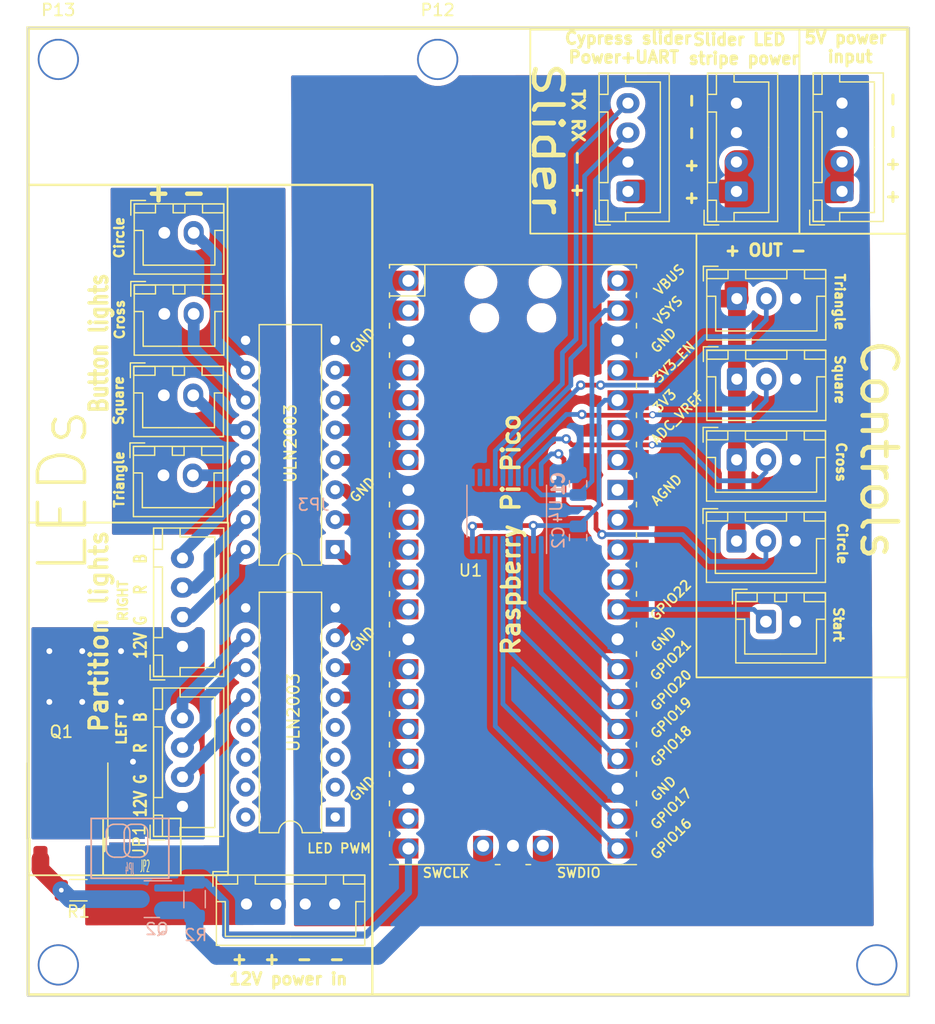
<source format=kicad_pcb>
(kicad_pcb (version 20221018) (generator pcbnew)
  (layers (0 "F.Cu" signal) (31 "B.Cu" signal) (34 "B.Paste" user) (35 "F.Paste" user) (36 "B.SilkS" user "B.Silkscreen") (37 "F.SilkS" user "F.Silkscreen") (38 "B.Mask" user) (39 "F.Mask" user) (44 "Edge.Cuts" user))
  (net 0 "")
  (net 1 "/Start_3v3")
  (net 6 "/Triangle_3v3")
  (net 7 "/Square_3v3")
  (net 8 "/Cross_3v3")
  (net 9 "/Circle_3v3")
  (net 12 "Net-(U1-GPIO2)")
  (net 13 "Net-(U1-GPIO3)")
  (net 14 "Net-(U1-GPIO4)")
  (net 15 "Net-(U1-GPIO5)")
  (net 16 "Net-(U1-GPIO6)")
  (net 17 "Net-(U1-GPIO7)")
  (net 18 "Net-(U1-GPIO8)")
  (net 19 "Net-(U1-GPIO9)")
  (net 20 "Net-(U1-GPIO10)")
  (net 21 "Net-(U1-GPIO11)")
  (net 24 "/ledstrip_pwm")
  (net 46 "/pico_RX")
  (net 47 "/pico_TX")
  (net 49 "GND")
  (net 50 "Net-(J9-Pin_4)")
  (net 51 "Net-(J9-Pin_3)")
  (net 52 "Net-(J9-Pin_2)")
  (net 53 "Net-(J13-Pin_2)")
  (net 54 "Net-(J12-Pin_2)")
  (net 55 "Net-(J11-Pin_2)")
  (net 56 "Net-(J10-Pin_2)")
  (net 57 "Net-(J1-Pin_4)")
  (net 58 "Net-(J1-Pin_3)")
  (net 59 "Net-(J1-Pin_2)")
  (net 60 "/3V3")
  (net 61 "/5V")
  (net 62 "Net-(J4-Pin_2)")
  (net 63 "Net-(J5-Pin_3)")
  (net 64 "Net-(J5-Pin_4)")
  (net 65 "Net-(J6-Pin_2)")
  (net 66 "Net-(J7-Pin_2)")
  (net 67 "Net-(J8-Pin_2)")
  (net 68 "/12V")
  (net 69 "Net-(Q1-G)")
  (net 70 "/pico_led_pwm")
  (footprint "MountingHole:MountingHole_3.2mm_M3_Pad" (layer "F.Cu") (at 207.01 43.434)
    (fp_text reference "P13")
    (fp_text value "CONN_01X01")
  )
  (footprint "MountingHole:MountingHole_3.2mm_M3_Pad" (layer "F.Cu") (at 239.268 43.434)
    (fp_text reference "P12")
    (fp_text value "CONN_01X01")
  )
  (footprint "MountingHole:MountingHole_3.2mm_M3_Pad" (layer "F.Cu") (at 276.606 120.396)
    (fp_text reference "P11" hide)
    (fp_text value "CONN_01X01")
  )
  (footprint "Connector_JST:JST_XH_B4B-XH-A_1x04_P2.50mm_Vertical" (layer "F.Cu") (at 223.01 115.22)
    (fp_text reference "J3" hide)
    (fp_text value "12V_In" hide)
  )
  (footprint "Connector_JST:JST_XH_B2B-XH-A_1x02_P2.50mm_Vertical" (layer "F.Cu") (at 216.024 65.063)
    (fp_text reference "J11" hide)
    (fp_text value "Cross_LED" hide)
  )
  (footprint "Resistor_SMD:R_1206_3216Metric" (layer "F.Cu") (at 208.7265 114.046 180)
    (fp_text reference "R1")
    (fp_text value "10k")
  )
  (footprint "Connector_JST:JST_XH_B2B-XH-A_1x02_P2.50mm_Vertical" (layer "F.Cu") (at 215.954 78.783)
    (fp_text reference "J13" hide)
    (fp_text value "Triangle_LED" hide)
  )
  (footprint "Connector_JST:JST_XH_B3B-XH-A_1x03_P2.50mm_Vertical" (layer "F.Cu") (at 264.688 77.466)
    (fp_text reference "J6" hide)
    (fp_text value "Cross_button" hide)
  )
  (footprint "Connector_JST:JST_XH_B2B-XH-A_1x02_P2.50mm_Vertical" (layer "F.Cu") (at 216.024 58.173)
    (fp_text reference "J10" hide)
    (fp_text value "Circle_LED" hide)
  )
  (footprint "Connector_JST:JST_XH_B4B-XH-A_1x04_P2.50mm_Vertical" (layer "F.Cu") (at 217.566 106.922 90)
    (fp_text reference "J1" hide)
    (fp_text value "Partition_Lights_L" hide)
  )
  (footprint "Connector_JST:JST_XH_B3B-XH-A_1x03_P2.50mm_Vertical" (layer "F.Cu") (at 264.708 70.612)
    (fp_text reference "J7" hide)
    (fp_text value "Square_button" hide)
  )
  (footprint "MountingHole:MountingHole_3.2mm_M3_Pad" (layer "F.Cu") (at 207.01 120.396)
    (fp_text reference "P14" hide)
    (fp_text value "CONN_01X01")
  )
  (footprint "Package_TO_SOT_SMD:TO-252-2" (layer "F.Cu") (at 207.772 106.348 90)
    (fp_text reference "Q1")
    (fp_text value "IRFR9024N")
  )
  (footprint "Connector_JST:JST_XH_B2B-XH-A_1x02_P2.50mm_Vertical" (layer "F.Cu") (at 267.178 91.221)
    (fp_text reference "J2" hide)
    (fp_text value "Start_button" hide)
  )
  (footprint "Jumper:SolderJumper-2_P1.3mm_Open_RoundedPad1.0x1.5mm" (layer "F.Cu") (at 213.614 109.84 -90)
    (fp_text reference "JP2")
    (fp_text value "SolderJumper_2_Open")
  )
  (footprint "Connector_JST:JST_XH_B4B-XH-A_1x04_P2.50mm_Vertical" (layer "F.Cu") (at 217.566 93.326 90)
    (fp_text reference "J9" hide)
    (fp_text value "Partition_Lights_R" hide)
  )
  (footprint "Connector_JST:JST_XH_B2B-XH-A_1x02_P2.50mm_Vertical" (layer "F.Cu") (at 215.984 71.983)
    (fp_text reference "J12" hide)
    (fp_text value "Square_LED" hide)
  )
  (footprint "Package_DIP:DIP-16_W7.62mm" (layer "F.Cu") (at 230.56 107.83 180)
    (fp_text reference "U3" hide)
    (fp_text value "ULN2003")
  )
  (footprint "Connector_JST:JST_XH_B4B-XH-A_1x04_P2.50mm_Vertical" (layer "F.Cu") (at 264.668 54.656 90)
    (fp_text reference "J14" hide)
    (fp_text value "Slider LEDs 5V power" hide)
  )
  (footprint "MCU_RaspberryPi_and_Boards:RPi_Pico_SMD_TH" (layer "F.Cu") (at 245.67 86.372)
    (fp_text reference "U1")
    (fp_text value "Pico")
  )
  (footprint "Connector_JST:JST_XH_B4B-XH-A_1x04_P2.50mm_Vertical" (layer "F.Cu") (at 255.448 54.656 90)
    (fp_text reference "J5" hide)
    (fp_text value "Cypress Power+UART output" hide)
  )
  (footprint "Package_DIP:DIP-16_W7.62mm" (layer "F.Cu") (at 230.55 85.09 180)
    (fp_text reference "U2" hide)
    (fp_text value "ULN2003")
  )
  (footprint "Connector_JST:JST_XH_B3B-XH-A_1x03_P2.50mm_Vertical" (layer "F.Cu") (at 264.708 63.766)
    (fp_text reference "J8" hide)
    (fp_text value "Triangle_button" hide)
  )
  (footprint "Connector_JST:JST_XH_B4B-XH-A_1x04_P2.50mm_Vertical" (layer "F.Cu") (at 273.65 54.65 90)
    (fp_text reference "J15" hide)
    (fp_text value "5V_In")
  )
  (footprint "Jumper:SolderJumper-2_P1.3mm_Open_RoundedPad1.0x1.5mm" (layer "F.Cu") (at 212.09 109.84 -90)
    (fp_text reference "JP1")
    (fp_text value "SolderJumper_2_Open")
  )
  (footprint "Connector_JST:JST_XH_B3B-XH-A_1x03_P2.50mm_Vertical" (layer "F.Cu") (at 264.678 84.371)
    (fp_text reference "J4" hide)
    (fp_text value "Circle_button" hide)
  )
  (footprint "Package_SO:TSSOP-20_4.4x6.5mm_P0.65mm" (layer "B.Cu") (at 245.14 81.828 90)
    (fp_text reference "U4")
    (fp_text value "TXS0108EPW")
  )
  (footprint "Jumper:SolderJumper-2_P1.3mm_Open_RoundedPad1.0x1.5mm" (layer "B.Cu") (at 213.614 109.84 -90)
    (fp_text reference "JP4")
    (fp_text value "SolderJumper_2_Open")
  )
  (footprint "Package_TO_SOT_SMD:SOT-23" (layer "B.Cu") (at 214.9625 114.808 180)
    (fp_text reference "Q2")
    (fp_text value "AO3404A")
  )
  (footprint "Capacitor_SMD:C_0805_2012Metric" (layer "B.Cu") (at 251.206 84.074 -90)
    (fp_text reference "C2")
    (fp_text value "0.1uf")
  )
  (footprint "Capacitor_SMD:C_0805_2012Metric" (layer "B.Cu") (at 251.206 79.502 -90)
    (fp_text reference "C1")
    (fp_text value "0.1uf")
  )
  (footprint "Jumper:SolderJumper-2_P1.3mm_Open_RoundedPad1.0x1.5mm" (layer "B.Cu") (at 212.09 109.84 -90)
    (fp_text reference "JP3")
    (fp_text value "SolderJumper_2_Open")
  )
  (footprint "Resistor_SMD:R_1206_3216Metric" (layer "B.Cu") (at 218.597 114.808 -90)
    (fp_text reference "R2")
    (fp_text value "10k")
  )
  (gr_rect (start 209.804 107.95) (end 216.408 113.03) (stroke (width 0.15)) (fill none) (layer "B.SilkS"))
  (gr_rect (start 261.27 58.25) (end 279.146 95.96) (stroke (width 0.15)) (fill none) (layer "F.SilkS"))
  (gr_rect (start 204.440303 54.102) (end 233.709696 122.954394) (stroke (width 0.2)) (fill none) (layer "F.SilkS"))
  (gr_rect (start 204.47 82.804) (end 221.442 112.776) (stroke (width 0.15)) (fill none) (layer "F.SilkS"))
  (gr_rect (start 204.47 54.102) (end 221.402 82.804) (stroke (width 0.15)) (fill none) (layer "F.SilkS"))
  (gr_rect (start 270.032 40.908) (end 279.16 58.252) (stroke (width 0.15)) (fill none) (layer "F.SilkS"))
  (gr_rect (start 204.440303 40.766998) (end 279.272999 122.954394) (stroke (width 0.3)) (fill none) (layer "F.SilkS"))
  (gr_rect (start 247.142 40.903751) (end 270.023751 58.24) (stroke (width 0.15)) (fill none) (layer "F.SilkS"))
  (gr_rect (start 210.82 107.95) (end 217.424 112.776) (stroke (width 0.15)) (fill none) (layer "F.SilkS"))
  (gr_rect (start 204.392 40.728) (end 279.384 123.068) (stroke (width 0.1)) (fill none) (layer "Edge.Cuts"))
  (gr_text "12V G   R   B" (at 214.576 89.916 90) (layer "F.SilkS") (effects (font (size 1 0.8) (thickness 0.2) bold) (justify bottom)))
  (gr_text "Triangle" (at 212.658 76.628 90) (layer "F.SilkS") (effects (font (size 0.8 0.8) (thickness 0.2) bold) (justify right bottom)))
  (gr_text "Slider LED \nstripe power" (at 265.3 43.94) (layer "F.SilkS") (effects (font (size 1 1) (thickness 0.25) bold) (justify bottom)))
  (gr_text "Partition lights" (at 211.328 83.312 90) (layer "F.SilkS") (effects (font (size 1.5 1.5) (thickness 0.3)) (justify right bottom)))
  (gr_text "-  -  +  +" (at 226.55 119.44 180) (layer "F.SilkS") (effects (font (size 1 1) (thickness 0.25) bold) (justify bottom)))
  (gr_text "Circle" (at 212.658 56.718 90) (layer "F.SilkS") (effects (font (size 0.8 0.8) (thickness 0.2) bold) (justify right bottom)))
  (gr_text "Button lights" (at 211.328 61.468 90) (layer "F.SilkS") (effects (font (size 1.5 1.2) (thickness 0.3) bold) (justify right bottom)))
  (gr_text "-  -  +  +" (at 260.35 51.09 -90) (layer "F.SilkS") (effects (font (size 1 1) (thickness 0.25) bold) (justify bottom)))
  (gr_text "5V power \ninput" (at 274.33 43.79) (layer "F.SilkS") (effects (font (size 1 1) (thickness 0.25) bold) (justify bottom)))
  (gr_text "Slider" (at 247.142 43.434 270) (layer "F.SilkS") (effects (font (size 2.5 3) (thickness 0.4)) (justify left bottom)))
  (gr_text "Start" (at 272.878 91.466 -90) (layer "F.SilkS") (effects (font (size 0.8 0.8) (thickness 0.2) bold) (justify bottom)))
  (gr_text "Circle" (at 273.198 84.596 -90) (layer "F.SilkS") (effects (font (size 0.8 0.8) (thickness 0.2) bold) (justify bottom)))
  (gr_text "LEFT" (at 212.852 100.33 90) (layer "F.SilkS") (effects (font (size 0.8 0.8) (thickness 0.2) bold) (justify bottom)))
  (gr_text "Square" (at 272.99 70.654 -90) (layer "F.SilkS") (effects (font (size 0.8 0.8) (thickness 0.2) bold) (justify bottom)))
  (gr_text "-  -  +  +" (at 277.46 50.98 -90) (layer "F.SilkS") (effects (font (size 1 1) (thickness 0.25) bold) (justify bottom)))
  (gr_text "+ -" (at 219.71 55.626) (layer "F.SilkS") (effects (font (size 1.5 1.5) (thickness 0.375) bold) (justify right bottom)))
  (gr_text "Cypress slider\nPower+UART " (at 255.47 43.83) (layer "F.SilkS") (effects (font (size 1 1) (thickness 0.25) bold) (justify bottom)))
  (gr_text "Cross" (at 212.698 63.758 90) (layer "F.SilkS") (effects (font (size 0.8 0.8) (thickness 0.2) bold) (justify right bottom)))
  (gr_text "Triangle" (at 272.99 64.05 -90) (layer "F.SilkS") (effects (font (size 0.8 0.8) (thickness 0.2) bold) (justify bottom)))
  (gr_text "LEDs" (at 209.74 72.88 90) (layer "F.SilkS") (effects (font (size 4 4) (thickness 0.3)) (justify right bottom)))
  (gr_text "+ OUT -" (at 267.148 60.24) (layer "F.SilkS") (effects (font (size 1 1) (thickness 0.25) bold) (justify bottom)))
  (gr_text "RIGHT" (at 212.968 89.438 90) (layer "F.SilkS") (effects (font (size 0.8 0.8) (thickness 0.2) bold) (justify bottom)))
  (gr_text "Controls" (at 275.02 67 -90) (layer "F.SilkS") (effects (font (size 3 3) (thickness 0.4)) (justify left bottom)))
  (gr_text "TX RX -  +" (at 250.622 50.592 -90) (layer "F.SilkS") (effects (font (size 1 1) (thickness 0.25) bold) (justify bottom)))
  (gr_text "Cross" (at 273.108 77.666 -90) (layer "F.SilkS") (effects (font (size 0.8 0.8) (thickness 0.2) bold) (justify bottom)))
  (gr_text "12V G   R   B" (at 214.576 103.378 90) (layer "F.SilkS") (effects (font (size 1 0.8) (thickness 0.2) bold) (justify bottom)))
  (gr_text "12V power in" (at 226.568 122.174) (layer "F.SilkS") (effects (font (size 1 1) (thickness 0.25) bold) (justify bottom)))
  (gr_text "Raspberry Pi Pico" (at 246.38 94.234 90) (layer "F.SilkS") (effects (font (size 1.5 1.5) (thickness 0.3) bold) (justify left bottom)))
  (gr_text "Square" (at 212.608 70.238 90) (layer "F.SilkS") (effects (font (size 0.8 0.8) (thickness 0.2) bold) (justify right bottom)))
  (segment (start 266.651 91.748) (end 267.178 91.221) (width 0.4) (layer "B.Cu") (net 1))
  (segment (start 254.56 90.182) (end 266.139 90.182) (width 0.4) (layer "B.Cu") (net 1))
  (segment (start 266.139 90.182) (end 267.178 91.221) (width 0.4) (layer "B.Cu") (net 1))
  (segment (start 245.465 84.6905) (end 245.465 93.787) (width 0.4) (layer "B.Cu") (net 6))
  (segment (start 245.465 93.787) (end 254.56 102.882) (width 0.4) (layer "B.Cu") (net 6))
  (segment (start 246.115 91.897) (end 254.56 100.342) (width 0.4) (layer "B.Cu") (net 7))
  (segment (start 246.115 84.6905) (end 246.115 91.897) (width 0.4) (layer "B.Cu") (net 7))
  (segment (start 246.765 84.6905) (end 246.765 90.007) (width 0.4) (layer "B.Cu") (net 8))
  (segment (start 246.765 90.007) (end 254.56 97.802) (width 0.4) (layer "B.Cu") (net 8))
  (segment (start 248.065 88.767) (end 254.56 95.262) (width 0.4) (layer "B.Cu") (net 9))
  (segment (start 248.065 84.6905) (end 248.065 88.767) (width 0.4) (layer "B.Cu") (net 9))
  (segment (start 230.55 69.85) (end 236.768 69.85) (width 1) (layer "F.Cu") (net 12))
  (segment (start 236.768 69.85) (end 236.78 69.862) (width 1) (layer "F.Cu") (net 12))
  (segment (start 236.768 72.39) (end 236.78 72.402) (width 1) (layer "F.Cu") (net 13))
  (segment (start 230.55 72.39) (end 236.768 72.39) (width 1) (layer "F.Cu") (net 13))
  (segment (start 230.55 74.93) (end 236.768 74.93) (width 1) (layer "F.Cu") (net 14))
  (segment (start 236.768 74.93) (end 236.78 74.942) (width 1) (layer "F.Cu") (net 14))
  (segment (start 230.55 77.47) (end 236.768 77.47) (width 1) (layer "F.Cu") (net 15))
  (segment (start 236.768 77.47) (end 236.78 77.482) (width 1) (layer "F.Cu") (net 15))
  (segment (start 233.946 82.562) (end 231.394 80.01) (width 1) (layer "F.Cu") (net 16))
  (segment (start 236.78 82.562) (end 233.946 82.562) (width 1) (layer "F.Cu") (net 16))
  (segment (start 231.394 80.01) (end 230.55 80.01) (width 1) (layer "F.Cu") (net 16))
  (segment (start 231.902 82.55) (end 234.454 85.102) (width 1) (layer "F.Cu") (net 17))
  (segment (start 230.55 82.55) (end 231.902 82.55) (width 1) (layer "F.Cu") (net 17))
  (segment (start 234.454 85.102) (end 236.78 85.102) (width 1) (layer "F.Cu") (net 17))
  (segment (start 230.632 85.09) (end 233.184 87.642) (width 1) (layer "F.Cu") (net 18))
  (segment (start 233.184 87.642) (end 236.78 87.642) (width 1) (layer "F.Cu") (net 18))
  (segment (start 230.55 85.09) (end 230.632 85.09) (width 1) (layer "F.Cu") (net 18))
  (segment (start 232.968 90.182) (end 230.56 92.59) (width 1) (layer "F.Cu") (net 19))
  (segment (start 236.78 90.182) (end 232.968 90.182) (width 1) (layer "F.Cu") (net 19))
  (segment (start 230.692 95.262) (end 230.56 95.13) (width 1) (layer "F.Cu") (net 20))
  (segment (start 236.78 95.262) (end 230.692 95.262) (width 1) (layer "F.Cu") (net 20))
  (segment (start 230.56 97.67) (end 236.648 97.67) (width 1) (layer "F.Cu") (net 21))
  (segment (start 236.648 97.67) (end 236.78 97.802) (width 1) (layer "F.Cu") (net 21))
  (via (at 206.248 98.044) (size 1.5) (drill 0.5) (layers "F.Cu" "B.Cu") (net 24))
  (via (at 209.042 98.044) (size 1.5) (drill 0.5) (layers "F.Cu" "B.Cu") (net 24))
  (via (at 212.344 93.726) (size 1.5) (drill 0.5) (layers "F.Cu" "B.Cu") (net 24))
  (via (at 206.248 93.726) (size 1.5) (drill 0.5) (layers "F.Cu" "B.Cu") (net 24))
  (via (at 212.344 98.044) (size 1.5) (drill 0.5) (layers "F.Cu" "B.Cu") (net 24))
  (via (at 209.042 93.726) (size 1.5) (drill 0.5) (layers "F.Cu" "B.Cu") (net 24))
  (via (at 213.36 103.124) (size 1.5) (drill 0.5) (layers "F.Cu" "B.Cu") (net 24))
  (segment (start 244.815 84.6905) (end 244.815 98.217) (width 0.4) (layer "B.Cu") (net 46))
  (segment (start 244.815 98.217) (end 254.56 107.962) (width 0.4) (layer "B.Cu") (net 46))
  (segment (start 244.165 84.6905) (end 244.165 100.107) (width 0.4) (layer "B.Cu") (net 47))
  (segment (start 244.165 100.107) (end 254.56 110.502) (width 0.4) (layer "B.Cu") (net 47))
  (via (at 249.174 78.994) (size 0.8) (drill 0.4) (layers "F.Cu" "B.Cu") (net 49))
  (segment (start 218.0845 115.758) (end 218.597 116.2705) (width 1.5) (layer "B.Cu") (net 49))
  (segment (start 218.597 116.2705) (end 218.597 117.759) (width 1.5) (layer "B.Cu") (net 49))
  (segment (start 215.9 115.758) (end 218.0845 115.758) (width 1.5) (layer "B.Cu") (net 49))
  (segment (start 218.597 117.759) (end 220.472 119.634) (width 1.5) (layer "B.Cu") (net 49))
  (segment (start 234.188 119.634) (end 237.998 115.824) (width 1.5) (layer "B.Cu") (net 49))
  (segment (start 220.472 119.634) (end 234.188 119.634) (width 1.5) (layer "B.Cu") (net 49))
  (segment (start 217.566 85.374) (end 222.93 80.01) (width 1) (layer "B.Cu") (net 50))
  (segment (start 217.566 85.826) (end 217.566 85.374) (width 1) (layer "B.Cu") (net 50))
  (segment (start 219.86 87.07) (end 218.604 88.326) (width 1) (layer "B.Cu") (net 51))
  (segment (start 218.604 88.326) (end 217.566 88.326) (width 1) (layer "B.Cu") (net 51))
  (segment (start 222.93 82.55) (end 219.86 85.62) (width 1) (layer "B.Cu") (net 51))
  (segment (start 219.86 85.62) (end 219.86 87.07) (width 1) (layer "B.Cu") (net 51))
  (segment (start 221.89 87.22) (end 221.89 86.13) (width 1) (layer "B.Cu") (net 52))
  (segment (start 217.566 90.826) (end 218.284 90.826) (width 1) (layer "B.Cu") (net 52))
  (segment (start 221.89 86.13) (end 222.93 85.09) (width 1) (layer "B.Cu") (net 52))
  (segment (start 218.284 90.826) (end 221.89 87.22) (width 1) (layer "B.Cu") (net 52))
  (segment (start 221.617 78.783) (end 222.93 77.47) (width 1) (layer "B.Cu") (net 53))
  (segment (start 218.454 78.783) (end 221.617 78.783) (width 1) (layer "B.Cu") (net 53))
  (segment (start 222.93 74.93) (end 221.431 74.93) (width 1) (layer "B.Cu") (net 54))
  (segment (start 221.431 74.93) (end 218.484 71.983) (width 1) (layer "B.Cu") (net 54))
  (segment (start 218.524 65.063) (end 218.524 67.984) (width 1) (layer "B.Cu") (net 55))
  (segment (start 218.524 67.984) (end 222.93 72.39) (width 1) (layer "B.Cu") (net 55))
  (segment (start 222.93 69.85) (end 220.43 67.35) (width 1) (layer "B.Cu") (net 56))
  (segment (start 220.43 60.079) (end 218.524 58.173) (width 1) (layer "B.Cu") (net 56))
  (segment (start 220.43 67.35) (end 220.43 60.079) (width 1) (layer "B.Cu") (net 56))
  (segment (start 217.566 97.964) (end 222.94 92.59) (width 1) (layer "B.Cu") (net 57))
  (segment (start 217.566 99.422) (end 217.566 97.964) (width 1) (layer "B.Cu") (net 57))
  (segment (start 219.523635 99.964365) (end 217.566 101.922) (width 1) (layer "B.Cu") (net 58))
  (segment (start 222.94 95.13) (end 222.12229 95.13) (width 1) (layer "B.Cu") (net 58))
  (segment (start 222.12229 95.13) (end 219.523635 97.728655) (width 1) (layer "B.Cu") (net 58))
  (segment (start 219.523635 97.728655) (end 219.523635 99.964365) (width 1) (layer "B.Cu") (net 58))
  (segment (start 222.94 97.67) (end 220.89 99.72) (width 1) (layer "B.Cu") (net 59))
  (segment (start 220.89 99.72) (end 220.89 101.098) (width 1) (layer "B.Cu") (net 59))
  (segment (start 220.89 101.098) (end 217.566 104.422) (width 1) (layer "B.Cu") (net 59))
  (segment (start 247.396 83.058) (end 242.2814 83.058) (width 0.4) (layer "F.Cu") (net 60))
  (segment (start 242.2814 83.058) (end 242.219985 83.119415) (width 0.4) (layer "F.Cu") (net 60))
  (via (at 242.219985 83.119415) (size 0.8) (drill 0.4) (layers "F.Cu" "B.Cu") (net 60))
  (via (at 247.396 83.058) (size 0.8) (drill 0.4) (layers "F.Cu" "B.Cu") (net 60))
  (segment (start 247.415 83.077) (end 247.396 83.058) (width 0.4) (layer "B.Cu") (net 60))
  (segment (start 242.219985 83.119415) (end 242.219985 84.685515) (width 0.4) (layer "B.Cu") (net 60))
  (segment (start 253.48 72.402) (end 254.56 72.402) (width 0.4) (layer "B.Cu") (net 60))
  (segment (start 242.219985 84.685515) (end 242.215 84.6905) (width 0.4) (layer "B.Cu") (net 60))
  (segment (start 252.984 72.898) (end 253.48 72.402) (width 0.4) (layer "B.Cu") (net 60))
  (segment (start 247.415 84.6905) (end 247.415 83.077) (width 0.4) (layer "B.Cu") (net 60))
  (segment (start 252.984 81.346) (end 252.984 72.898) (width 0.4) (layer "B.Cu") (net 60))
  (segment (start 247.396 83.058) (end 251.14 83.058) (width 0.4) (layer "B.Cu") (net 60))
  (segment (start 251.14 83.058) (end 251.206 83.124) (width 0.4) (layer "B.Cu") (net 60))
  (segment (start 251.206 83.124) (end 252.984 81.346) (width 0.4) (layer "B.Cu") (net 60))
  (segment (start 267.97 54.656) (end 267.97 52.156) (width 2) (layer "F.Cu") (net 61))
  (segment (start 273.644 54.656) (end 273.65 54.65) (width 2) (layer "F.Cu") (net 61))
  (segment (start 271.272 54.656) (end 272.288 54.656) (width 2) (layer "F.Cu") (net 61))
  (segment (start 272.288 54.656) (end 272.288 52.41) (width 2) (layer "F.Cu") (net 61))
  (segment (start 269.494 54.656) (end 269.494 52.156) (width 2) (layer "F.Cu") (net 61))
  (segment (start 264.708 70.612) (end 264.708 77.446) (width 1.5) (layer "F.Cu") (net 61))
  (segment (start 269.494 54.656) (end 271.272 54.656) (width 2) (layer "F.Cu") (net 61))
  (segment (start 266.192 54.656) (end 266.192 52.156) (width 2) (layer "F.Cu") (net 61))
  (segment (start 264.708 63.766) (end 264.708 70.612) (width 1.5) (layer "F.Cu") (net 61))
  (segment (start 271.526 52.156) (end 272.542 52.156) (width 2) (layer "F.Cu") (net 61))
  (segment (start 264.708 63.766) (end 260.614 63.766) (width 1.5) (layer "F.Cu") (net 61))
  (segment (start 264.668 63.726) (end 264.708 63.766) (width 2) (layer "F.Cu") (net 61))
  (segment (start 269.494 52.156) (end 271.526 52.156) (width 2) (layer "F.Cu") (net 61))
  (segment (start 264.668 52.156) (end 266.192 52.156) (width 2) (layer "F.Cu") (net 61))
  (segment (start 271.272 54.656) (end 271.272 52.41) (width 2) (layer "F.Cu") (net 61))
  (segment (start 255.448 54.656) (end 266.192 54.656) (width 2) (layer "F.Cu") (net 61))
  (segment (start 264.668 59.436) (end 264.714 59.436) (width 2) (layer "F.Cu") (net 61))
  (segment (start 266.192 54.656) (end 267.97 54.656) (width 2) (layer "F.Cu") (net 61))
  (segment (start 264.668 57.15) (end 264.668 59.436) (width 2) (layer "F.Cu") (net 61))
  (segment (start 267.97 52.156) (end 269.494 52.156) (width 2) (layer "F.Cu") (net 61))
  (segment (start 264.668 57.15) (end 265.476 57.15) (width 2) (layer "F.Cu") (net 61))
  (segment (start 264.688 84.361) (end 264.678 84.371) (width 1.5) (layer "F.Cu") (net 61))
  (segment (start 265.476 57.15) (end 267.97 54.656) (width 2) (layer "F.Cu") (net 61))
  (segment (start 272.288 54.656) (end 273.644 54.656) (width 2) (layer "F.Cu") (net 61))
  (segment (start 272.542 52.156) (end 273.644 52.156) (width 2) (layer "F.Cu") (net 61))
  (segment (start 264.668 54.656) (end 264.668 57.15) (width 2) (layer "F.Cu") (net 61))
  (segment (start 264.76 63.714) (end 264.708 63.766) (width 1.5) (layer "F.Cu") (net 61))
  (segment (start 267.97 54.656) (end 269.494 54.656) (width 2) (layer "F.Cu") (net 61))
  (segment (start 259.598 64.782) (end 254.56 64.782) (width 1.5) (layer "F.Cu") (net 61))
  (segment (start 273.65 54.65) (end 273.65 52.15) (width 2) (layer "F.Cu") (net 61))
  (segment (start 260.614 63.766) (end 259.598 64.782) (width 1.5) (layer "F.Cu") (net 61))
  (segment (start 273.644 52.156) (end 273.65 52.15) (width 2) (layer "F.Cu") (net 61))
  (segment (start 266.192 52.156) (end 267.97 52.156) (width 2) (layer "F.Cu") (net 61))
  (segment (start 264.668 54.656) (end 264.668 52.156) (width 2) (layer "F.Cu") (net 61))
  (segment (start 264.714 59.436) (end 269.494 54.656) (width 2) (layer "F.Cu") (net 61))
  (segment (start 264.668 59.436) (end 264.668 63.726) (width 2) (layer "F.Cu") (net 61))
  (segment (start 264.688 77.466) (end 264.688 84.361) (width 1.5) (layer "F.Cu") (net 61))
  (segment (start 272.288 52.41) (end 272.542 52.156) (width 2) (layer "F.Cu") (net 61))
  (segment (start 264.708 77.446) (end 264.688 77.466) (width 1.5) (layer "F.Cu") (net 61))
  (segment (start 271.272 52.41) (end 271.526 52.156) (width 2) (layer "F.Cu") (net 61))
  (segment (start 248.092 80.452) (end 251.206 80.452) (width 0.4) (layer "B.Cu") (net 61))
  (segment (start 254.548 64.77) (end 254.56 64.782) (width 0.4) (layer "B.Cu") (net 61))
  (segment (start 251.206 80.452) (end 252.384 79.274) (width 0.4) (layer "B.Cu") (net 61))
  (segment (start 247.415 79.775) (end 248.092 80.452) (width 0.4) (layer "B.Cu") (net 61))
  (segment (start 253.492 64.77) (end 254.548 64.77) (width 0.4) (layer "B.Cu") (net 61))
  (segment (start 247.415 78.9655) (end 247.415 79.775) (width 0.4) (layer "B.Cu") (net 61))
  (segment (start 252.384 79.274) (end 252.384 65.878) (width 0.4) (layer "B.Cu") (net 61))
  (segment (start 252.384 65.878) (end 253.492 64.77) (width 0.4) (layer "B.Cu") (net 61))
  (segment (start 250.006481 77.418481) (end 249.55 76.962) (width 0.4) (layer "F.Cu") (net 62))
  (segment (start 250.444 81.534) (end 252.222 81.534) (width 0.4) (layer "F.Cu") (net 62))
  (segment (start 252.73 82.042) (end 252.73 83.312) (width 0.4) (layer "F.Cu") (net 62))
  (segment (start 250.006481 77.418481) (end 250.006481 81.096481) (width 0.4) (layer "F.Cu") (net 62))
  (segment (start 250.006481 81.096481) (end 250.444 81.534) (width 0.4) (layer "F.Cu") (net 62))
  (segment (start 252.222 81.534) (end 252.73 82.042) (width 0.4) (layer "F.Cu") (net 62))
  (segment (start 252.73 83.312) (end 253.238 83.82) (width 0.4) (layer "F.Cu") (net 62))
  (via (at 253.238 83.82) (size 0.8) (drill 0.4) (layers "F.Cu" "B.Cu") (net 62))
  (via (at 249.55 76.962) (size 0.8) (drill 0.4) (layers "F.Cu" "B.Cu") (net 62))
  (segment (start 249.55 76.962) (end 248.92 76.962) (width 0.4) (layer "B.Cu") (net 62))
  (segment (start 262.382 86.106) (end 266.954 86.106) (width 0.4) (layer "B.Cu") (net 62))
  (segment (start 248.92 76.962) (end 248.065 77.817) (width 0.4) (layer "B.Cu") (net 62))
  (segment (start 253.238 83.82) (end 260.096 83.82) (width 0.4) (layer "B.Cu") (net 62))
  (segment (start 248.065 77.817) (end 248.065 78.9655) (width 0.4) (layer "B.Cu") (net 62))
  (segment (start 267.178 85.882) (end 267.178 84.371) (width 0.4) (layer "B.Cu") (net 62))
  (segment (start 260.096 83.82) (end 262.382 86.106) (width 0.4) (layer "B.Cu") (net 62))
  (segment (start 266.954 86.106) (end 267.178 85.882) (width 0.4) (layer "B.Cu") (net 62))
  (segment (start 250.59 71.14) (end 250.59 68.87) (width 0.4) (layer "B.Cu") (net 63))
  (segment (start 251.76 53.344) (end 255.448 49.656) (width 0.4) (layer "B.Cu") (net 63))
  (segment (start 251.76 67.7) (end 251.76 53.344) (width 0.4) (layer "B.Cu") (net 63))
  (segment (start 244.815 76.915) (end 250.59 71.14) (width 0.4) (layer "B.Cu") (net 63))
  (segment (start 244.815 78.9655) (end 244.815 76.915) (width 0.4) (layer "B.Cu") (net 63))
  (segment (start 250.59 68.87) (end 251.76 67.7) (width 0.4) (layer "B.Cu") (net 63))
  (segment (start 251.04 51.564) (end 255.448 47.156) (width 0.4) (layer "B.Cu") (net 64))
  (segment (start 251.04 67.2) (end 251.04 51.564) (width 0.4) (layer "B.Cu") (net 64))
  (segment (start 244.165 78.9655) (end 244.165 76.705) (width 0.4) (layer "B.Cu") (net 64))
  (segment (start 249.87 71) (end 249.87 68.37) (width 0.4) (layer "B.Cu") (net 64))
  (segment (start 249.87 68.37) (end 251.04 67.2) (width 0.4) (layer "B.Cu") (net 64))
  (segment (start 244.165 76.705) (end 249.87 71) (width 0.4) (layer "B.Cu") (net 64))
  (segment (start 250.698 76.2) (end 250.19 75.692) (width 0.4) (layer "F.Cu") (net 65))
  (segment (start 257.5 76.2) (end 250.698 76.2) (width 0.4) (layer "F.Cu") (net 65))
  (via (at 257.5 76.2) (size 0.6) (drill 0.4) (layers "F.Cu" "B.Cu") (net 65))
  (via (at 250.19 75.692) (size 0.8) (drill 0.4) (layers "F.Cu" "B.Cu") (net 65))
  (segment (start 257.5 76.2) (end 260.096 76.2) (width 0.4) (layer "B.Cu") (net 65))
  (segment (start 249.174 75.692) (end 250.19 75.692) (width 0.4) (layer "B.Cu") (net 65))
  (segment (start 263.144 79.248) (end 266.446 79.248) (width 0.4) (layer "B.Cu") (net 65))
  (segment (start 246.765 78.9655) (end 246.765 78.101) (width 0.4) (layer "B.Cu") (net 65))
  (segment (start 266.446 79.248) (end 267.188 78.506) (width 0.4) (layer "B.Cu") (net 65))
  (segment (start 267.188 78.506) (end 267.188 77.466) (width 0.4) (layer "B.Cu") (net 65))
  (segment (start 246.765 78.101) (end 249.174 75.692) (width 0.4) (layer "B.Cu") (net 65))
  (segment (start 260.096 76.2) (end 263.144 79.248) (width 0.4) (layer "B.Cu") (net 65))
  (segment (start 257.5 73.68) (end 257.54 73.64) (width 0.4) (layer "F.Cu") (net 66))
  (segment (start 251.6 73.68) (end 257.5 73.68) (width 0.4) (layer "F.Cu") (net 66))
  (segment (start 251.53 73.61) (end 251.6 73.68) (width 0.4) (layer "F.Cu") (net 66))
  (via (at 251.53 73.61) (size 0.8) (drill 0.4) (layers "F.Cu" "B.Cu") (net 66))
  (via (at 257.54 73.64) (size 0.6) (drill 0.4) (layers "F.Cu" "B.Cu") (net 66))
  (segment (start 267.208 72.413305) (end 267.208 70.612) (width 0.4) (layer "B.Cu") (net 66))
  (segment (start 250.21 73.61) (end 246.115 77.705) (width 0.4) (layer "B.Cu") (net 66))
  (segment (start 246.115 77.705) (end 246.115 78.9655) (width 0.4) (layer "B.Cu") (net 66))
  (segment (start 251.53 73.61) (end 250.21 73.61) (width 0.4) (layer "B.Cu") (net 66))
  (segment (start 257.54 73.64) (end 265.981305 73.64) (width 0.4) (layer "B.Cu") (net 66))
  (segment (start 265.981305 73.64) (end 267.208 72.413305) (width 0.4) (layer "B.Cu") (net 66))
  (segment (start 251.43 71.12) (end 253.12 71.12) (width 0.4) (layer "F.Cu") (net 67))
  (via (at 251.43 71.12) (size 0.8) (drill 0.4) (layers "F.Cu" "B.Cu") (net 67))
  (via (at 253.12 71.12) (size 0.8) (drill 0.4) (layers "F.Cu" "B.Cu") (net 67))
  (segment (start 245.465 77.115) (end 251.43 71.15) (width 0.4) (layer "B.Cu") (net 67))
  (segment (start 267.208 63.766) (end 267.208 65.562) (width 0.4) (layer "B.Cu") (net 67))
  (segment (start 251.43 71.15) (end 251.43 71.12) (width 0.4) (layer "B.Cu") (net 67))
  (segment (start 257.87 71.12) (end 253.12 71.12) (width 0.4) (layer "B.Cu") (net 67))
  (segment (start 262 66.99) (end 257.87 71.12) (width 0.4) (layer "B.Cu") (net 67))
  (segment (start 245.465 78.9655) (end 245.465 77.115) (width 0.4) (layer "B.Cu") (net 67))
  (segment (start 267.208 65.562) (end 265.78 66.99) (width 0.4) (layer "B.Cu") (net 67))
  (segment (start 265.78 66.99) (end 262 66.99) (width 0.4) (layer "B.Cu") (net 67))
  (segment (start 205.492 112.274) (end 207.264 114.046) (width 1.5) (layer "F.Cu") (net 69))
  (segment (start 205.492 111.388) (end 205.492 112.274) (width 1.5) (layer "F.Cu") (net 69))
  (via (at 207.264 114.046) (size 0.8) (drill 0.4) (layers "F.Cu" "B.Cu") (net 69))
  (segment (start 208.026 114.808) (end 207.264 114.046) (width 1.5) (layer "B.Cu") (net 69))
  (segment (start 214.025 114.808) (end 208.026 114.808) (width 1.5) (layer "B.Cu") (net 69))
  (segment (start 218.0845 113.858) (end 218.597 113.3455) (width 0.6) (layer "B.Cu") (net 70))
  (segment (start 218.597 113.3455) (end 219.5175 113.3455) (width 0.6) (layer "B.Cu") (net 70))
  (segment (start 215.9 113.858) (end 218.0845 113.858) (width 0.6) (layer "B.Cu") (net 70))
  (segment (start 221.234 117.856) (end 233.172 117.856) (width 0.6) (layer "B.Cu") (net 70))
  (segment (start 219.5175 113.3455) (end 221.234 115.062) (width 0.6) (layer "B.Cu") (net 70))
  (segment (start 233.172 117.856) (end 236.78 114.248) (width 0.6) (layer "B.Cu") (net 70))
  (segment (start 236.78 114.248) (end 236.78 110.502) (width 0.6) (layer "B.Cu") (net 70))
  (segment (start 221.234 115.062) (end 221.234 117.856) (width 0.6) (layer "B.Cu") (net 70))
  (zone (net 68) (net_name "/12V") (layers "F&B.Cu") (connect_pads yes (clearance 0.508)) (min_thickness 0.254) (fill yes (thermal_gap 0.508) (thermal_bridge_width 0.508) (island_removal_mode 2) (island_area_min 10))
    (polygon (pts (xy 226.480335 54.344959) (xy 211.454927 54.344959) (xy 211.582 83.840788) (xy 220.726 83.82) (xy 220.688998 110.236) (xy 209.296 110.236) (xy 209.296 117.038178) (xy 226.308431 116.988248)))
  )
  (zone (net 49) (net_name "GND") (layers "F&B.Cu") (priority 2) (connect_pads yes (clearance 0.508)) (min_thickness 0.254) (fill yes (thermal_gap 0.508) (thermal_bridge_width 0.508) (island_removal_mode 2) (island_area_min 10))
    (polygon (pts (xy 226.805944 44.792495) (xy 227.049052 117.1103) (xy 253.454173 117.104753) (xy 276.342912 117.099944) (xy 275.929209 44.758408)))
  )
  (zone (net 24) (net_name "/ledstrip_pwm") (layers "F&B.Cu") (priority 1) (connect_pads yes (clearance 0.508)) (min_thickness 0.25) (fill yes (thermal_gap 0.5) (thermal_bridge_width 0.5))
    (polygon (pts (xy 204.724 109.728) (xy 219.456 109.728) (xy 219.456 91.948) (xy 219.202 91.694) (xy 204.724 91.694)))
  )
)
</source>
